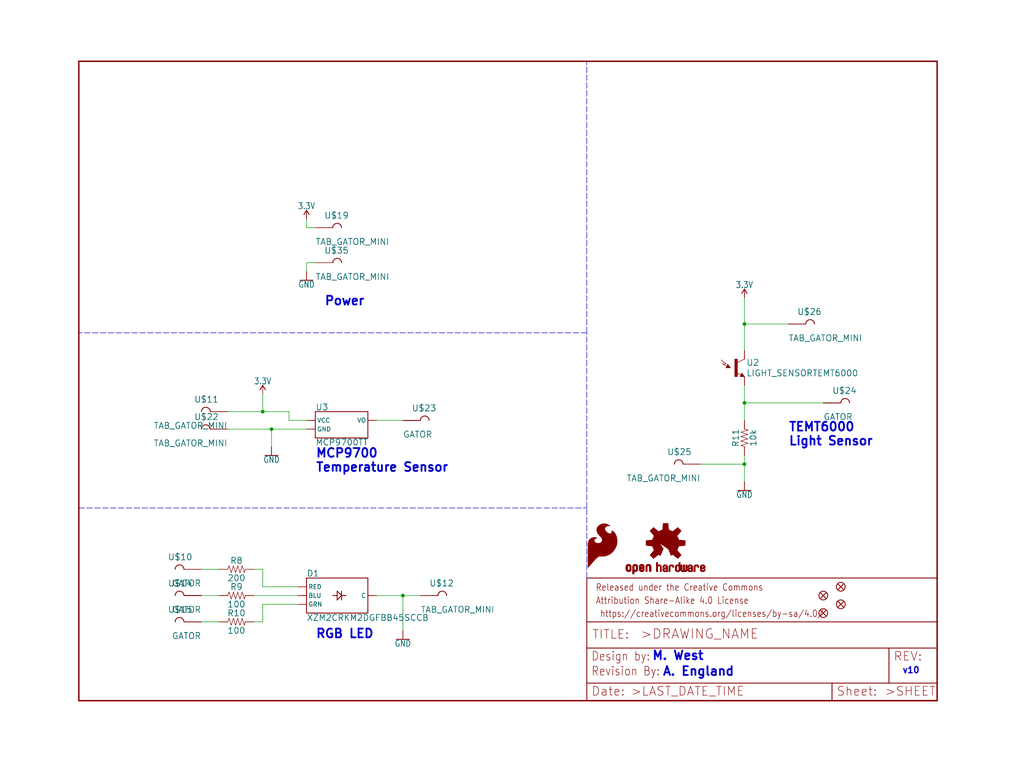
<source format=kicad_sch>
(kicad_sch (version 20211123) (generator eeschema)
  (paper "User" 297.002 223.926)
  (lib_symbols
    (symbol "eagleSchem-eagle-import:100OHM-0603-1{slash}4W-5%"
      (property "Reference" "R" (at 0 1.524 0))
      (property "Value" "100OHM-0603-1{slash}4W-5%" (at 0 -1.524 0))
      (symbol "100OHM-0603-1{slash}4W-5%_1_0"
        (pin passive line (at -5.08 0 0) (length 2.54) (name "1") (number "1"))
        (pin passive line (at 5.08 0 180) (length 2.54) (name "2") (number "2"))
      )
    )
    (symbol "eagleSchem-eagle-import:10KOHM-0603-1{slash}10W-1%"
      (property "Reference" "R" (at 0 1.524 0))
      (property "Value" "10KOHM-0603-1{slash}10W-1%" (at 0 -1.524 0))
      (symbol "10KOHM-0603-1{slash}10W-1%_1_0"
        (pin passive line (at -5.08 0 0) (length 2.54) (name "1") (number "1"))
        (pin passive line (at 5.08 0 180) (length 2.54) (name "2") (number "2"))
      )
    )
    (symbol "eagleSchem-eagle-import:200OHM-0603-1{slash}10W-1%"
      (property "Reference" "R" (at 0 1.524 0))
      (property "Value" "200OHM-0603-1{slash}10W-1%" (at 0 -1.524 0))
      (symbol "200OHM-0603-1{slash}10W-1%_1_0"
        (pin passive line (at -5.08 0 0) (length 2.54) (name "1") (number "1"))
        (pin passive line (at 5.08 0 180) (length 2.54) (name "2") (number "2"))
      )
    )
    (symbol "eagleSchem-eagle-import:3.3V" (power)
      (property "Value" "3.3V" (at 0 2.794 0))
      (symbol "3.3V_1_0"
        (pin power_in line (at 0 0 90) (length 2.54) (name "3.3V") (number "1"))
      )
    )
    (symbol "eagleSchem-eagle-import:FIDUCIALUFIDUCIAL")
    (symbol "eagleSchem-eagle-import:FRAME-LETTER"
      (symbol "FRAME-LETTER_2_0"
        (text " https://creativecommons.org/licenses/by-sa/4.0/" (at 2.54 24.13 0) (effects (font (size 1.9304 1.6408)) (justify left bottom)))
        (text ">DRAWING_NAME" (at 15.494 17.78 0) (effects (font (size 2.7432 2.7432)) (justify left bottom)))
        (text ">LAST_DATE_TIME" (at 12.7 1.27 0) (effects (font (size 2.54 2.54)) (justify left bottom)))
        (text ">SHEET" (at 86.36 1.27 0) (effects (font (size 2.54 2.54)) (justify left bottom)))
        (text "Attribution Share-Alike 4.0 License" (at 2.54 27.94 0) (effects (font (size 1.9304 1.6408)) (justify left bottom)))
        (text "Date:" (at 1.27 1.27 0) (effects (font (size 2.54 2.54)) (justify left bottom)))
        (text "Design by:" (at 1.27 11.43 0) (effects (font (size 2.54 2.159)) (justify left bottom)))
        (text "Released under the Creative Commons" (at 2.54 31.75 0) (effects (font (size 1.9304 1.6408)) (justify left bottom)))
        (text "REV:" (at 88.9 11.43 0) (effects (font (size 2.54 2.54)) (justify left bottom)))
        (text "Sheet:" (at 72.39 1.27 0) (effects (font (size 2.54 2.54)) (justify left bottom)))
        (text "TITLE:" (at 1.524 17.78 0) (effects (font (size 2.54 2.54)) (justify left bottom)))
      )
    )
    (symbol "eagleSchem-eagle-import:GATOR"
      (property "Reference" "J" (at 0 2.54 0))
      (property "Value" "GATOR" (at -2.54 -5.08 0))
      (symbol "GATOR_1_0"
        (pin bidirectional line (at -2.54 0 0) (length 5.08) (name "P$1") (number "P$1"))
        (pin bidirectional line (at -2.54 0 0) (length 5.08) (name "P$1") (number "P$2"))
      )
    )
    (symbol "eagleSchem-eagle-import:GND" (power)
      (property "Value" "GND" (at 0 -0.254 0))
      (symbol "GND_1_0"
        (pin power_in line (at 0 2.54 270) (length 2.54) (name "GND") (number "1"))
      )
    )
    (symbol "eagleSchem-eagle-import:LIGHT_SENSORTEMT6000"
      (property "Reference" "U" (at 3.048 0.508 0))
      (property "Value" "LIGHT_SENSORTEMT6000" (at 3.048 -0.508 0))
      (symbol "LIGHT_SENSORTEMT6000_1_0"
        (pin passive line (at 2.54 5.08 270) (length 2.54) (name "C1") (number "COLLECTOR"))
        (pin passive line (at 2.54 -5.08 90) (length 2.54) (name "E1") (number "EMITTER"))
      )
    )
    (symbol "eagleSchem-eagle-import:MCP9700TT"
      (property "Reference" "U" (at -7.62 5.334 0))
      (property "Value" "MCP9700TT" (at -7.62 -2.794 0))
      (symbol "MCP9700TT_1_0"
        (pin bidirectional line (at -10.16 2.54 0) (length 2.54) (name "VCC") (number "1"))
        (pin bidirectional line (at 10.16 2.54 180) (length 2.54) (name "VO") (number "2"))
        (pin bidirectional line (at -10.16 0 0) (length 2.54) (name "GND") (number "3"))
      )
    )
    (symbol "eagleSchem-eagle-import:OSHW-LOGOS")
    (symbol "eagleSchem-eagle-import:REVISION"
      (symbol "REVISION_1_0"
        (text "Revision By: " (at 0 0 0) (effects (font (size 2.54 2.159)) (justify left bottom)))
      )
    )
    (symbol "eagleSchem-eagle-import:SFE_LOGO_FLAME.1_INCH")
    (symbol "eagleSchem-eagle-import:SUNLEDSMD1"
      (property "Reference" "D" (at -7.62 5.3975 0))
      (property "Value" "SUNLEDSMD1" (at -7.62 -5.3975 0))
      (symbol "SUNLEDSMD1_1_0"
        (pin bidirectional line (at -10.16 2.54 0) (length 2.54) (name "RED") (number "1"))
        (pin bidirectional line (at -10.16 -2.54 0) (length 2.54) (name "GRN") (number "2"))
        (pin bidirectional line (at -10.16 0 0) (length 2.54) (name "BLU") (number "3"))
        (pin bidirectional line (at 12.7 0 180) (length 2.54) (name "C") (number "4"))
      )
    )
    (symbol "eagleSchem-eagle-import:TAB_GATOR_MINI"
      (property "Value" "TAB_GATOR_MINI" (at -2.54 -5.08 0))
      (symbol "TAB_GATOR_MINI_1_0"
        (pin bidirectional line (at -2.54 0 0) (length 5.08) (name "P$1") (number "P1"))
      )
    )
  )
  (junction (at 78.74 124.46))
  (junction (at 215.9 134.62))
  (junction (at 116.84 172.72))
  (junction (at 215.9 93.98))
  (junction (at 76.2 119.38))
  (junction (at 215.9 116.84))
  (wire (pts (xy 215.9 134.62) (xy 203.2 134.62)))
  (wire (pts (xy 215.9 134.62) (xy 215.9 139.7)))
  (wire (pts (xy 88.9 76.2) (xy 88.9 78.74)))
  (wire (pts (xy 215.9 101.6) (xy 215.9 93.98)))
  (wire (pts (xy 109.22 172.72) (xy 116.84 172.72)))
  (wire (pts (xy 116.84 172.72) (xy 116.84 182.88)))
  (wire (pts (xy 66.04 119.38) (xy 76.2 119.38)))
  (wire (pts (xy 109.22 121.92) (xy 116.84 121.92)))
  (wire (pts (xy 91.44 76.2) (xy 88.9 76.2)))
  (wire (pts (xy 63.5 180.34) (xy 58.42 180.34)))
  (wire (pts (xy 215.9 111.76) (xy 215.9 116.84)))
  (wire (pts (xy 238.76 116.84) (xy 241.3 116.84)))
  (wire (pts (xy 86.36 175.26) (xy 76.2 175.26)))
  (wire (pts (xy 66.04 124.46) (xy 78.74 124.46)))
  (polyline (pts (xy 22.86 147.32) (xy 170.18 147.32)))
  (wire (pts (xy 76.2 119.38) (xy 83.82 119.38)))
  (wire (pts (xy 76.2 175.26) (xy 76.2 180.34)))
  (wire (pts (xy 78.74 124.46) (xy 88.9 124.46)))
  (wire (pts (xy 215.9 93.98) (xy 215.9 86.36)))
  (wire (pts (xy 63.5 165.1) (xy 58.42 165.1)))
  (wire (pts (xy 116.84 172.72) (xy 121.92 172.72)))
  (polyline (pts (xy 170.18 167.64) (xy 170.18 147.32)))
  (wire (pts (xy 215.9 116.84) (xy 238.76 116.84)))
  (wire (pts (xy 78.74 129.54) (xy 78.74 124.46)))
  (wire (pts (xy 215.9 132.08) (xy 215.9 134.62)))
  (wire (pts (xy 76.2 170.18) (xy 76.2 165.1)))
  (polyline (pts (xy 170.18 96.52) (xy 170.18 17.78)))
  (polyline (pts (xy 170.18 147.32) (xy 170.18 96.52)))
  (wire (pts (xy 63.5 172.72) (xy 58.42 172.72)))
  (wire (pts (xy 215.9 116.84) (xy 215.9 121.92)))
  (wire (pts (xy 86.36 170.18) (xy 76.2 170.18)))
  (wire (pts (xy 86.36 172.72) (xy 73.66 172.72)))
  (wire (pts (xy 76.2 180.34) (xy 73.66 180.34)))
  (wire (pts (xy 215.9 93.98) (xy 228.6 93.98)))
  (wire (pts (xy 88.9 63.5) (xy 88.9 66.04)))
  (wire (pts (xy 76.2 165.1) (xy 73.66 165.1)))
  (wire (pts (xy 83.82 119.38) (xy 83.82 121.92)))
  (wire (pts (xy 76.2 114.3) (xy 76.2 119.38)))
  (wire (pts (xy 83.82 121.92) (xy 88.9 121.92)))
  (polyline (pts (xy 170.18 96.52) (xy 22.86 96.52)))
  (wire (pts (xy 88.9 66.04) (xy 91.44 66.04)))
  (text "RGB LED" (at 91.44 185.42 180) (effects (font (size 2.54 2.54) (thickness 0.508) bold) (justify left bottom)))
  (text "Power" (at 93.98 88.9 180) (effects (font (size 2.54 2.54) (thickness 0.508) bold) (justify left bottom)))
  (text "v10" (at 261.62 195.58 180) (effects (font (size 1.778 1.778) (thickness 0.3556) bold) (justify left bottom)))
  (text "M. West" (at 188.976 191.77 180) (effects (font (size 2.54 2.54) (thickness 0.508) bold) (justify left bottom)))
  (text "TEMT6000\nLight Sensor" (at 228.6 129.54 180) (effects (font (size 2.54 2.54) (thickness 0.508) bold) (justify left bottom)))
  (text "MCP9700\nTemperature Sensor" (at 91.44 137.16 180) (effects (font (size 2.54 2.54) (thickness 0.508) bold) (justify left bottom)))
  (text "A. England" (at 192.024 196.342 180) (effects (font (size 2.54 2.54) (thickness 0.508) bold) (justify left bottom)))
  (symbol (lib_id "eagleSchem-eagle-import:FIDUCIALUFIDUCIAL") (at 238.76 177.8 0) (unit 1)
    (property "Reference" "FD2" (effects hide))
    (property "Value" "FIDUCIALUFIDUCIAL" (effects hide))
    (property "Footprint" "eagleSchem:FIDUCIAL-MICRO" (effects hide))
  )
  (symbol (lib_id "eagleSchem-eagle-import:TAB_GATOR_MINI") (at 124.46 172.72 0) (unit 1)
    (property "Reference" "U$12" (at 124.46 170.18 0) (effects (font (size 1.778 1.778)) (justify left bottom)))
    (property "Value" "TAB_GATOR_MINI" (at 121.92 177.8 0) (effects (font (size 1.778 1.778)) (justify left bottom)))
    (property "Footprint" "eagleSchem:TAB_GATOR_MINI" (effects hide))
  )
  (symbol (lib_id "eagleSchem-eagle-import:200OHM-0603-1{slash}10W-1%") (at 68.58 165.1 0) (unit 1)
    (property "Reference" "R8" (at 68.58 163.576 0) (effects (font (size 1.778 1.778)) (justify bottom)))
    (property "Value" "200" (at 68.58 166.624 0) (effects (font (size 1.778 1.778)) (justify top)))
    (property "Footprint" "eagleSchem:0603" (effects hide))
  )
  (symbol (lib_id "eagleSchem-eagle-import:100OHM-0603-1{slash}4W-5%") (at 68.58 172.72 0) (unit 1)
    (property "Reference" "R9" (at 68.58 171.196 0) (effects (font (size 1.778 1.778)) (justify bottom)))
    (property "Value" "100" (at 68.58 174.244 0) (effects (font (size 1.778 1.778)) (justify top)))
    (property "Footprint" "eagleSchem:0603" (effects hide))
  )
  (symbol (lib_id "eagleSchem-eagle-import:FRAME-LETTER") (at 170.18 203.2 0) (unit 2)
    (property "Reference" "FRAME1" (effects hide))
    (property "Value" "FRAME-LETTER" (effects hide))
    (property "Footprint" "eagleSchem:CREATIVE_COMMONS" (effects hide))
  )
  (symbol (lib_id "eagleSchem-eagle-import:100OHM-0603-1{slash}4W-5%") (at 68.58 180.34 0) (unit 1)
    (property "Reference" "R10" (at 68.58 178.816 0) (effects (font (size 1.778 1.778)) (justify bottom)))
    (property "Value" "100" (at 68.58 181.864 0) (effects (font (size 1.778 1.778)) (justify top)))
    (property "Footprint" "eagleSchem:0603" (effects hide))
  )
  (symbol (lib_id "eagleSchem-eagle-import:GATOR") (at 55.88 180.34 0) (mirror y) (unit 1)
    (property "Reference" "U$15" (at 55.88 177.8 0) (effects (font (size 1.778 1.778)) (justify left bottom)))
    (property "Value" "GATOR" (at 58.42 185.42 0) (effects (font (size 1.778 1.778)) (justify left bottom)))
    (property "Footprint" "eagleSchem:GATOR" (effects hide))
  )
  (symbol (lib_id "eagleSchem-eagle-import:3.3V") (at 215.9 86.36 0) (unit 1)
    (property "Reference" "#SUPPLY11" (effects hide))
    (property "Value" "3.3V" (at 215.9 83.566 0) (effects (font (size 1.778 1.5113)) (justify bottom)))
    (property "Footprint" "eagleSchem:" (effects hide))
  )
  (symbol (lib_id "eagleSchem-eagle-import:TAB_GATOR_MINI") (at 231.14 93.98 0) (unit 1)
    (property "Reference" "U$26" (at 231.14 91.44 0) (effects (font (size 1.778 1.778)) (justify left bottom)))
    (property "Value" "TAB_GATOR_MINI" (at 228.6 99.06 0) (effects (font (size 1.778 1.778)) (justify left bottom)))
    (property "Footprint" "eagleSchem:TAB_GATOR_MINI" (effects hide))
  )
  (symbol (lib_id "eagleSchem-eagle-import:TAB_GATOR_MINI") (at 63.5 119.38 0) (mirror y) (unit 1)
    (property "Reference" "U$11" (at 63.5 116.84 0) (effects (font (size 1.778 1.778)) (justify left bottom)))
    (property "Value" "TAB_GATOR_MINI" (at 66.04 124.46 0) (effects (font (size 1.778 1.778)) (justify left bottom)))
    (property "Footprint" "eagleSchem:TAB_GATOR_MINI" (effects hide))
  )
  (symbol (lib_id "eagleSchem-eagle-import:SFE_LOGO_FLAME.1_INCH") (at 170.18 165.1 0) (unit 1)
    (property "Reference" "LOGO1" (effects hide))
    (property "Value" "SFE_LOGO_FLAME.1_INCH" (effects hide))
    (property "Footprint" "eagleSchem:SFE_LOGO_FLAME_.1" (effects hide))
  )
  (symbol (lib_id "eagleSchem-eagle-import:GND") (at 215.9 142.24 0) (unit 1)
    (property "Reference" "#GND10" (effects hide))
    (property "Value" "GND" (at 215.9 142.494 0) (effects (font (size 1.778 1.5113)) (justify top)))
    (property "Footprint" "eagleSchem:" (effects hide))
  )
  (symbol (lib_id "eagleSchem-eagle-import:GATOR") (at 241.3 116.84 0) (unit 1)
    (property "Reference" "U$24" (at 241.3 114.3 0) (effects (font (size 1.778 1.778)) (justify left bottom)))
    (property "Value" "GATOR" (at 238.76 121.92 0) (effects (font (size 1.778 1.778)) (justify left bottom)))
    (property "Footprint" "eagleSchem:GATOR" (effects hide))
  )
  (symbol (lib_id "eagleSchem-eagle-import:FIDUCIALUFIDUCIAL") (at 243.84 170.18 0) (unit 1)
    (property "Reference" "FD3" (effects hide))
    (property "Value" "FIDUCIALUFIDUCIAL" (effects hide))
    (property "Footprint" "eagleSchem:FIDUCIAL-MICRO" (effects hide))
  )
  (symbol (lib_id "eagleSchem-eagle-import:GND") (at 78.74 132.08 0) (unit 1)
    (property "Reference" "#GND9" (effects hide))
    (property "Value" "GND" (at 78.74 132.334 0) (effects (font (size 1.778 1.5113)) (justify top)))
    (property "Footprint" "eagleSchem:" (effects hide))
  )
  (symbol (lib_id "eagleSchem-eagle-import:TAB_GATOR_MINI") (at 93.98 66.04 0) (unit 1)
    (property "Reference" "U$19" (at 93.98 63.5 0) (effects (font (size 1.778 1.778)) (justify left bottom)))
    (property "Value" "TAB_GATOR_MINI" (at 91.44 71.12 0) (effects (font (size 1.778 1.778)) (justify left bottom)))
    (property "Footprint" "eagleSchem:TAB_GATOR_MINI" (effects hide))
  )
  (symbol (lib_id "eagleSchem-eagle-import:GND") (at 88.9 81.28 0) (unit 1)
    (property "Reference" "#GND1" (effects hide))
    (property "Value" "GND" (at 88.9 81.534 0) (effects (font (size 1.778 1.5113)) (justify top)))
    (property "Footprint" "eagleSchem:" (effects hide))
  )
  (symbol (lib_id "eagleSchem-eagle-import:GATOR") (at 55.88 172.72 0) (mirror y) (unit 1)
    (property "Reference" "U$14" (at 55.88 170.18 0) (effects (font (size 1.778 1.778)) (justify left bottom)))
    (property "Value" "GATOR" (at 58.42 177.8 0) (effects (font (size 1.778 1.778)) (justify left bottom)))
    (property "Footprint" "eagleSchem:GATOR" (effects hide))
  )
  (symbol (lib_id "eagleSchem-eagle-import:OSHW-LOGOS") (at 193.04 157.48 0) (unit 1)
    (property "Reference" "LOGO2" (effects hide))
    (property "Value" "OSHW-LOGOS" (effects hide))
    (property "Footprint" "eagleSchem:OSHW-LOGO-S" (effects hide))
  )
  (symbol (lib_id "eagleSchem-eagle-import:TAB_GATOR_MINI") (at 63.5 124.46 0) (mirror y) (unit 1)
    (property "Reference" "U$22" (at 63.5 121.92 0) (effects (font (size 1.778 1.778)) (justify left bottom)))
    (property "Value" "TAB_GATOR_MINI" (at 66.04 129.54 0) (effects (font (size 1.778 1.778)) (justify left bottom)))
    (property "Footprint" "eagleSchem:TAB_GATOR_MINI" (effects hide))
  )
  (symbol (lib_id "eagleSchem-eagle-import:FIDUCIALUFIDUCIAL") (at 238.76 172.72 0) (unit 1)
    (property "Reference" "FD1" (effects hide))
    (property "Value" "FIDUCIALUFIDUCIAL" (effects hide))
    (property "Footprint" "eagleSchem:FIDUCIAL-MICRO" (effects hide))
  )
  (symbol (lib_id "eagleSchem-eagle-import:GND") (at 116.84 185.42 0) (unit 1)
    (property "Reference" "#GND2" (effects hide))
    (property "Value" "GND" (at 116.84 185.674 0) (effects (font (size 1.778 1.5113)) (justify top)))
    (property "Footprint" "eagleSchem:" (effects hide))
  )
  (symbol (lib_id "eagleSchem-eagle-import:LIGHT_SENSORTEMT6000") (at 213.36 106.68 0) (unit 1)
    (property "Reference" "U2" (at 216.408 106.172 0) (effects (font (size 1.778 1.778)) (justify left bottom)))
    (property "Value" "LIGHT_SENSORTEMT6000" (at 216.408 107.188 0) (effects (font (size 1.778 1.778)) (justify left top)))
    (property "Footprint" "eagleSchem:TEMT6000" (effects hide))
  )
  (symbol (lib_id "eagleSchem-eagle-import:MCP9700TT") (at 99.06 124.46 0) (unit 1)
    (property "Reference" "U3" (at 91.44 119.126 0) (effects (font (size 1.778 1.778)) (justify left bottom)))
    (property "Value" "MCP9700TT" (at 91.44 127.254 0) (effects (font (size 1.778 1.778)) (justify left top)))
    (property "Footprint" "eagleSchem:SOT23-3" (effects hide))
  )
  (symbol (lib_id "eagleSchem-eagle-import:3.3V") (at 76.2 114.3 0) (unit 1)
    (property "Reference" "#SUPPLY10" (effects hide))
    (property "Value" "3.3V" (at 76.2 111.506 0) (effects (font (size 1.778 1.5113)) (justify bottom)))
    (property "Footprint" "eagleSchem:" (effects hide))
  )
  (symbol (lib_id "eagleSchem-eagle-import:GATOR") (at 55.88 165.1 0) (mirror y) (unit 1)
    (property "Reference" "U$10" (at 55.88 162.56 0) (effects (font (size 1.778 1.778)) (justify left bottom)))
    (property "Value" "GATOR" (at 58.42 170.18 0) (effects (font (size 1.778 1.778)) (justify left bottom)))
    (property "Footprint" "eagleSchem:GATOR" (effects hide))
  )
  (symbol (lib_id "eagleSchem-eagle-import:SUNLEDSMD1") (at 96.52 172.72 0) (unit 1)
    (property "Reference" "D1" (at 88.9 167.3225 0) (effects (font (size 1.778 1.778)) (justify left bottom)))
    (property "Value" "XZM2CRKM2DGFBB45SCCB" (at 88.9 178.1175 0) (effects (font (size 1.778 1.778)) (justify left top)))
    (property "Footprint" "eagleSchem:PLCC4SMDLED" (effects hide))
  )
  (symbol (lib_id "eagleSchem-eagle-import:TAB_GATOR_MINI") (at 93.98 76.2 0) (unit 1)
    (property "Reference" "U$35" (at 93.98 73.66 0) (effects (font (size 1.778 1.778)) (justify left bottom)))
    (property "Value" "TAB_GATOR_MINI" (at 91.44 81.28 0) (effects (font (size 1.778 1.778)) (justify left bottom)))
    (property "Footprint" "eagleSchem:TAB_GATOR_MINI" (effects hide))
  )
  (symbol (lib_id "eagleSchem-eagle-import:10KOHM-0603-1{slash}10W-1%") (at 215.9 127 90) (unit 1)
    (property "Reference" "R11" (at 214.376 127 0) (effects (font (size 1.778 1.778)) (justify bottom)))
    (property "Value" "10k" (at 217.424 127 0) (effects (font (size 1.778 1.778)) (justify top)))
    (property "Footprint" "eagleSchem:0603" (effects hide))
  )
  (symbol (lib_id "eagleSchem-eagle-import:3.3V") (at 88.9 63.5 0) (unit 1)
    (property "Reference" "#SUPPLY1" (effects hide))
    (property "Value" "3.3V" (at 88.9 60.706 0) (effects (font (size 1.778 1.5113)) (justify bottom)))
    (property "Footprint" "eagleSchem:" (effects hide))
  )
  (symbol (lib_id "eagleSchem-eagle-import:FIDUCIALUFIDUCIAL") (at 243.84 175.26 0) (unit 1)
    (property "Reference" "FD4" (effects hide))
    (property "Value" "FIDUCIALUFIDUCIAL" (effects hide))
    (property "Footprint" "eagleSchem:FIDUCIAL-MICRO" (effects hide))
  )
  (symbol (lib_id "eagleSchem-eagle-import:FRAME-LETTER") (at 22.86 203.2 0) (unit 1)
    (property "Reference" "FRAME1" (effects hide))
    (property "Value" "FRAME-LETTER" (effects hide))
    (property "Footprint" "eagleSchem:CREATIVE_COMMONS" (effects hide))
  )
  (symbol (lib_id "eagleSchem-eagle-import:REVISION") (at 171.45 196.088 0) (unit 1)
    (property "Reference" "LOGO7" (effects hide))
    (property "Value" "REVISION" (effects hide))
    (property "Footprint" "eagleSchem:REVISION" (effects hide))
  )
  (symbol (lib_id "eagleSchem-eagle-import:GATOR") (at 119.38 121.92 0) (unit 1)
    (property "Reference" "U$23" (at 119.38 119.38 0) (effects (font (size 1.778 1.778)) (justify left bottom)))
    (property "Value" "GATOR" (at 116.84 127 0) (effects (font (size 1.778 1.778)) (justify left bottom)))
    (property "Footprint" "eagleSchem:GATOR" (effects hide))
  )
  (symbol (lib_id "eagleSchem-eagle-import:TAB_GATOR_MINI") (at 200.66 134.62 0) (mirror y) (unit 1)
    (property "Reference" "U$25" (at 200.66 132.08 0) (effects (font (size 1.778 1.778)) (justify left bottom)))
    (property "Value" "TAB_GATOR_MINI" (at 203.2 139.7 0) (effects (font (size 1.778 1.778)) (justify left bottom)))
    (property "Footprint" "eagleSchem:TAB_GATOR_MINI" (effects hide))
  )
)
</source>
